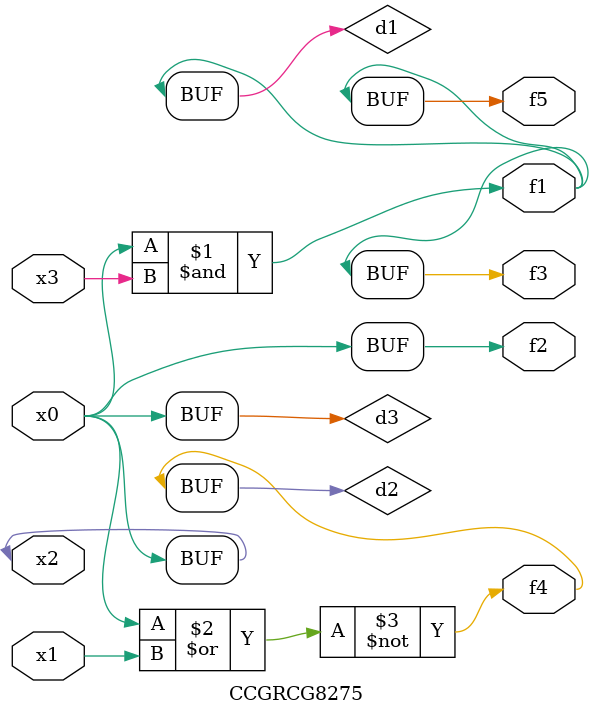
<source format=v>
module CCGRCG8275(
	input x0, x1, x2, x3,
	output f1, f2, f3, f4, f5
);

	wire d1, d2, d3;

	and (d1, x2, x3);
	nor (d2, x0, x1);
	buf (d3, x0, x2);
	assign f1 = d1;
	assign f2 = d3;
	assign f3 = d1;
	assign f4 = d2;
	assign f5 = d1;
endmodule

</source>
